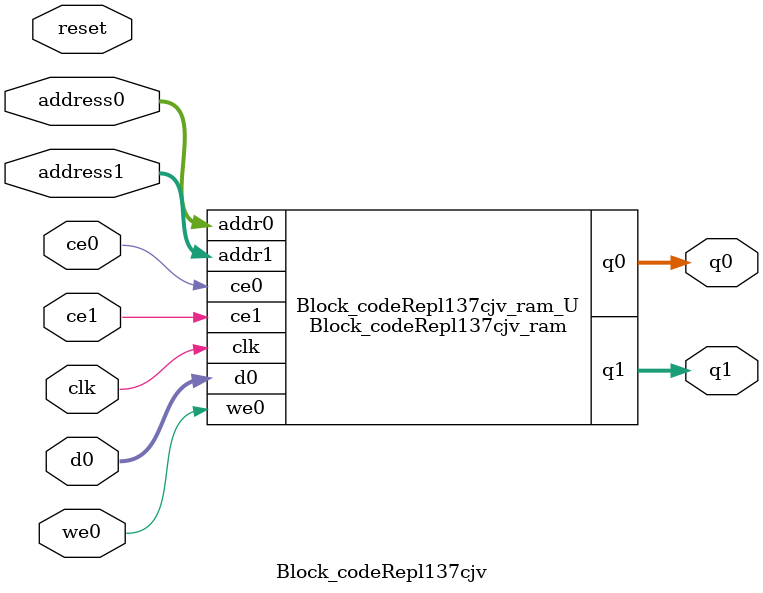
<source format=v>
`timescale 1 ns / 1 ps
module Block_codeRepl137cjv_ram (addr0, ce0, d0, we0, q0, addr1, ce1, q1,  clk);

parameter DWIDTH = 5;
parameter AWIDTH = 8;
parameter MEM_SIZE = 192;

input[AWIDTH-1:0] addr0;
input ce0;
input[DWIDTH-1:0] d0;
input we0;
output reg[DWIDTH-1:0] q0;
input[AWIDTH-1:0] addr1;
input ce1;
output reg[DWIDTH-1:0] q1;
input clk;

(* ram_style = "distributed" *)reg [DWIDTH-1:0] ram[0:MEM_SIZE-1];




always @(posedge clk)  
begin 
    if (ce0) begin
        if (we0) 
            ram[addr0] <= d0; 
        q0 <= ram[addr0];
    end
end


always @(posedge clk)  
begin 
    if (ce1) begin
        q1 <= ram[addr1];
    end
end


endmodule

`timescale 1 ns / 1 ps
module Block_codeRepl137cjv(
    reset,
    clk,
    address0,
    ce0,
    we0,
    d0,
    q0,
    address1,
    ce1,
    q1);

parameter DataWidth = 32'd5;
parameter AddressRange = 32'd192;
parameter AddressWidth = 32'd8;
input reset;
input clk;
input[AddressWidth - 1:0] address0;
input ce0;
input we0;
input[DataWidth - 1:0] d0;
output[DataWidth - 1:0] q0;
input[AddressWidth - 1:0] address1;
input ce1;
output[DataWidth - 1:0] q1;



Block_codeRepl137cjv_ram Block_codeRepl137cjv_ram_U(
    .clk( clk ),
    .addr0( address0 ),
    .ce0( ce0 ),
    .we0( we0 ),
    .d0( d0 ),
    .q0( q0 ),
    .addr1( address1 ),
    .ce1( ce1 ),
    .q1( q1 ));

endmodule


</source>
